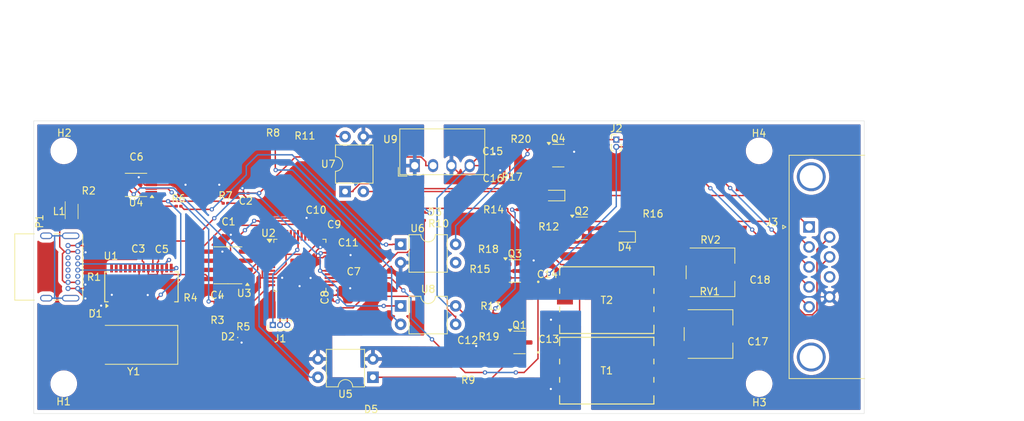
<source format=kicad_pcb>
(kicad_pcb (version 20241229) (generator "pcbnew") (generator_version "9.0")
  (layers (0 "F.Cu" signal) (2 "B.Cu" signal) (13 "F.Paste" user) (15 "B.Paste" user) (5 "F.SilkS" user "F.Silkscreen") (7 "B.SilkS" user "B.Silkscreen") (1 "F.Mask" user) (3 "B.Mask" user) (25 "Edge.Cuts" user))
  (net 0 "")
  (net 1 "Net-(D1-A)")
  (net 2 "Net-(D2-A)")
  (net 3 "Audio IN")
  (net 4 "USB2+")
  (net 5 "AF IN")
  (net 6 "USB3+")
  (net 7 "Audio Out")
  (net 8 "AF OUT")
  (net 9 "USB3-")
  (net 10 "USB4-")
  (net 11 "USB4+")
  (net 12 "+3.3VDAC")
  (net 13 "Net-(P1-D+)")
  (net 14 "Net-(D3-A)")
  (net 15 "+5VD")
  (net 16 "Net-(D4-A)")
  (net 17 "USB1-")
  (net 18 "USB1+")
  (net 19 "USB2-")
  (net 20 "Net-(J1-Pin_3)")
  (net 21 "Net-(P1-D-)")
  (net 22 "Net-(J1-Pin_2)")
  (net 23 "DTR")
  (net 24 "TXD")
  (net 25 "GNDD")
  (net 26 "RXD")
  (net 27 "Net-(J3-Pin_2)")
  (net 28 "CTS")
  (net 29 "GND")
  (net 30 "+5V")
  (net 31 "Net-(Q1-B)")
  (net 32 "Net-(L1-Pad2)")
  (net 33 "unconnected-(P1-SHIELD-PadS1)")
  (net 38 "Net-(Q2-B)")
  (net 39 "Net-(Q3-B)")
  (net 40 "Net-(Q4-B)")
  (net 41 "/Audio Codec/LED0")
  (net 42 "/Audio Codec/LED1")
  (net 43 "Net-(D5-A)")
  (net 44 "Net-(RV1-Pad1)")
  (net 45 "+1V8")
  (net 46 "Net-(RV2-Pad1)")
  (net 51 "Net-(U1-VD33_O)")
  (net 52 "Net-(U4-VCC)")
  (net 53 "Net-(U2-VREF)")
  (net 54 "Net-(C13-Pad2)")
  (net 55 "Net-(C14-Pad2)")
  (net 56 "Net-(C17-Pad2)")
  (net 57 "Net-(C18-Pad2)")
  (net 58 "Net-(D4-K)")
  (net 59 "Net-(D5-K)")
  (net 60 "Net-(J1-Pin_1)")
  (net 61 "Net-(J2-Pin_2)")
  (net 62 "Net-(J2-Pin_1)")
  (net 64 "Net-(Q1-E)")
  (net 65 "Net-(U1-DRV)")
  (net 66 "Net-(U2-USBDM)")
  (net 67 "Net-(U1-REXT)")
  (net 68 "Net-(R6-Pad2)")
  (net 69 "Net-(U2-USBDP)")
  (net 70 "Net-(R8-Pad2)")
  (net 71 "Net-(R9-Pad1)")
  (net 72 "Net-(R17-Pad2)")
  (net 73 "Net-(R18-Pad1)")
  (net 78 "Net-(U1-XOUT)")
  (net 80 "Net-(U1-XIN)")
  (net 84 "Net-(U2-CS)")
  (net 86 "Net-(U2-DI)")
  (net 92 "Net-(U2-DO)")
  (net 95 "Net-(U2-SK)")
  (footprint "Capacitor_SMD:C_0201_0603Metric" (layer "F.Cu") (at 184.6043 112.459 180)
    (property "Reference" "C17")
    (property "Value" "475")
  )
  (footprint "Package_TO_SOT_SMD:SOT-23-3" (layer "F.Cu") (at 156.9591 87.726)
    (property "Reference" "Q4")
    (property "Value" "Q_NPN_BCE")
  )
  (footprint "Capacitor_SMD:C_0201_0603Metric" (layer "F.Cu") (at 128.5825 105.1946)
    (property "Reference" "C7")
    (property "Value" "4.7u")
  )
  (footprint "Capacitor_SMD:C_0201_0603Metric" (layer "F.Cu") (at 98.5385 88.9386)
    (property "Reference" "C6")
    (property "Value" "475")
  )
  (footprint "Converter_DCDC:Converter_DCDC_Murata_CRE1xxxxxx3C_THT" (layer "F.Cu") (at 137.0776 89.1043 90)
    (property "Reference" "U9")
    (property "Value" "CRE1S0505S3C")
  )
  (footprint "Capacitor_SMD:C_0201_0603Metric" (layer "F.Cu") (at 125.6763 107.3942 90)
    (property "Reference" "C8")
    (property "Value" "4.7u")
  )
  (footprint "Project_Library:RES6_SM-LP-5001E_BRN-L" (layer "F.Cu") (at 163.6747 117.539)
    (property "Reference" "T1")
    (property "Value" "SM-LP-5001E")
  )
  (footprint "Resistor_SMD:R_0201_0603Metric" (layer "F.Cu") (at 138.0761 96.7008 180)
    (property "Reference" "R10")
    (property "Value" "330")
  )
  (footprint "Capacitor_SMD:C_0201_0603Metric" (layer "F.Cu") (at 99.6667 101.6894)
    (property "Reference" "C3")
    (property "Value" "10uF")
  )
  (footprint "Capacitor_SMD:C_0201_0603Metric" (layer "F.Cu") (at 123.5787 97.2698 180)
    (property "Reference" "C9")
    (property "Value" "100n")
  )
  (footprint "Crystal:Crystal_SMD_FOX_FE-2Pin_7.5x5.0mm_HandSoldering" (layer "F.Cu") (at 98.1555 113.9576 180)
    (property "Reference" "Y1")
    (property "Value" "12MHz")
  )
  (footprint "Capacitor_SMD:C_0201_0603Metric" (layer "F.Cu") (at 113.6727 92.9518 180)
    (property "Reference" "C2")
    (property "Value" "10uF")
  )
  (footprint "Package_DIP:DIP-4_W7.62mm" (layer "F.Cu") (at 127.4289 92.6978 90)
    (property "Reference" "U7")
    (property "Value" "PC817")
  )
  (footprint "LED_SMD:LED_0201_0603Metric" (layer "F.Cu") (at 138.0609 95.5426 180)
    (property "Reference" "D3")
    (property "Value" "RED")
  )
  (footprint "LED_SMD:LED_0201_0603Metric" (layer "F.Cu") (at 92.7325 108.2066 90)
    (property "Reference" "D1")
    (property "Value" "LED")
  )
  (footprint "Capacitor_SMD:C_0201_0603Metric" (layer "F.Cu") (at 155.4553 105.22)
    (property "Reference" "C14")
    (property "Value" "10uF")
  )
  (footprint "Resistor_SMD:R_0201_0603Metric" (layer "F.Cu") (at 150.5683 91.7326)
    (property "Reference" "R17")
    (property "Value" "510")
  )
  (footprint "Connector_PinHeader_1.00mm:PinHeader_1x02_P1.00mm_Vertical" (layer "F.Cu") (at 164.9955 85.5002)
    (property "Reference" "J2")
    (property "Value" "Conn_01x02")
  )
  (footprint "Inductor_SMD:L_CommonModeChoke_Coilcraft_0805USB" (layer "F.Cu") (at 89.5575 95.4664)
    (property "Reference" "L1")
    (property "Value" "10uH")
  )
  (footprint "Package_TO_SOT_SMD:SOT-23-3" (layer "F.Cu") (at 151.5898 113.6274)
    (property "Reference" "Q1")
    (property "Value" "Q_NPN_BCE")
  )
  (footprint "Diode_SMD:D_0603_1608Metric" (layer "F.Cu") (at 166.1595 98.9857 180)
    (property "Reference" "D4")
    (property "Value" "1N4148")
  )
  (footprint "Capacitor_SMD:C_0201_0603Metric" (layer "F.Cu") (at 184.9021 103.8992 180)
    (property "Reference" "C18")
    (property "Value" "475")
  )
  (footprint "Resistor_SMD:R_0201_0603Metric" (layer "F.Cu") (at 113.7129 109.9846 -90)
    (property "Reference" "R5")
    (property "Value" "330")
  )
  (footprint "Resistor_SMD:R_0201_0603Metric" (layer "F.Cu") (at 147.6126 109.6283)
    (property "Reference" "R13")
    (property "Value" "10k")
  )
  (footprint "Resistor_SMD:R_0201_0603Metric" (layer "F.Cu") (at 151.7875 86.4748)
    (property "Reference" "R20")
    (property "Value" "10k")
  )
  (footprint "Potentiometer_SMD:Potentiometer_ACP_CA6-VSMD_Vertical" (layer "F.Cu") (at 177.7717 112.459)
    (property "Reference" "RV1")
    (property "Value" "10k")
  )
  (footprint "Connector_USB:USB_C_Receptacle_GCT_USB4085" (layer "F.Cu") (at 90.4075 100.1876 -90)
    (property "Reference" "P1")
    (property "Value" "USB_C_Plug")
  )
  (footprint "MountingHole:MountingHole_3.2mm_M3" (layer "F.Cu") (at 184.7821 87.059)
    (property "Reference" "H4")
    (property "Value" "MountingHole")
  )
  (footprint "MountingHole:MountingHole_3.2mm_M3" (layer "F.Cu") (at 88.4653 119.3424)
    (property "Reference" "H1")
    (property "Value" "MountingHole")
  )
  (footprint "Package_DIP:DIP-4_W7.62mm" (layer "F.Cu") (at 135.1251 100.013)
    (property "Reference" "U6")
    (property "Value" "PC817")
  )
  (footprint "Resistor_SMD:R_0201_0603Metric" (layer "F.Cu") (at 151.6351 95.2124)
    (property "Reference" "R14")
    (property "Value" "33k")
  )
  (footprint "Capacitor_SMD:C_0201_0603Metric" (layer "F.Cu") (at 101.2669 101.6894 180)
    (property "Reference" "C5")
    (property "Value" "10uF")
  )
  (footprint "Capacitor_SMD:C_0201_0603Metric" (layer "F.Cu") (at 147.7997 88.1766)
    (property "Reference" "C15")
    (property "Value" "475")
  )
  (footprint "Resistor_SMD:R_0201_0603Metric" (layer "F.Cu") (at 147.271 102.1212)
    (property "Reference" "R18")
    (property "Value" "510")
  )
  (footprint "Resistor_SMD:R_0201_0603Metric" (layer "F.Cu") (at 157.3755 97.5136 90)
    (property "Reference" "R12")
    (property "Value" "10k")
  )
  (footprint "Resistor_SMD:R_0201_0603Metric" (layer "F.Cu") (at 92.7325 106.073 -90)
    (property "Reference" "R1")
    (property "Value" "2.7k")
  )
  (footprint "LED_SMD:LED_0201_0603Metric" (layer "F.Cu") (at 113.4183 112.9416)
    (property "Reference" "D2")
    (property "Value" "YELLOW")
  )
  (footprint "Capacitor_SMD:C_0201_0603Metric" (layer "F.Cu") (at 127.3557 101.1814 -90)
    (property "Reference" "C11")
    (property "Value" "100n")
  )
  (footprint "Resistor_SMD:R_0201_0603Metric" (layer "F.Cu") (at 105.0515 105.946 90)
    (property "Reference" "R4")
    (property "Value" "2.7k")
  )
  (footprint "Connector_Dsub:DSUB-9_Female_Horizontal_P2.77x2.84mm_EdgePinOffset4.94mm_Housed_MountingHolesOffset7.48mm" (layer "F.Cu") (at 191.6986 97.6126 90)
    (property "Reference" "J3")
    (property "Value" "Conn_01x09_Socket")
  )
  (footprint "Capacitor_SMD:C_0201_0603Metric" (layer "F.Cu") (at 155.6483 114.6582 -90)
    (property "Reference" "C13")
    (property "Value" "475")
  )
  (footprint "Resistor_SMD:R_0201_0603Metric" (layer "F.Cu") (at 147.591 103.3912 90)
    (property "Reference" "R15")
    (property "Value" "10K")
  )
  (footprint "Capacitor_SMD:C_0201_0603Metric" (layer "F.Cu") (at 144.4122 114.3781)
    (property "Reference" "C12")
    (property "Value" "475")
  )
  (footprint "Package_DIP:DIP-4_W7.62mm" (layer "F.Cu") (at 131.2897 118.4534 180)
    (property "Reference" "U5")
    (property "Value" "PC817")
  )
  (footprint "Resistor_SMD:R_0201_0603Metric" (layer "F.Cu") (at 93.4691 92.5962 90)
    (property "Reference" "R2")
    (property "Value" "1K")
  )
  (footprint "Resistor_SMD:R_0201_0603Metric" (layer "F.Cu") (at 144.4825 119.9012)
    (property "Reference" "R9")
    (property "Value" "510")
  )
  (footprint "Connector_PinHeader_1.00mm:PinHeader_1x03_P1.00mm_Vertical" (layer "F.Cu") (at 117.4279 111.2144 90)
    (property "Reference" "J1")
    (property "Value" "Conn_01x03_Pin")
  )
  (footprint "Diode_SMD:D_0603_1608Metric" (layer "F.Cu") (at 156.3849 93.2566 180)
    (property "Reference" "D5")
    (property "Value" "1N4148")
  )
  (footprint "Resistor_SMD:R_0201_0603Metric" (layer "F.Cu") (at 170.0755 96.838)
    (property "Reference" "R16")
    (property "Value" "510")
  )
  (footprint "MountingHole:MountingHole_3.2mm_M3" (layer "F.Cu") (at 184.7821 119.3424)
    (property "Reference" "H3")
    (property "Value" "MountingHole" (hide yes))
  )
  (footprint "Package_TO_SOT_SMD:SOT-23-3" (layer "F.Cu") (at 160.2004 97.8032)
    (property "Reference" "Q2")
    (property "Value" "Q_NPN_BCE")
  )
  (footprint "Resistor_SMD:R_0201_0603Metric" (layer "F.Cu") (at 110.8681 94.3234)
    (property "Reference" "R7")
    (property "Value" "22")
  )
  (footprint "Resistor_SMD:R_0201_0603Metric" (layer "F.Cu") (at 104.3657 94.7298)
    (property "Reference" "R6")
    (property "Value" "510")
  )
  (footprint "Package_DIP:DIP-4_W7.62mm" (layer "F.Cu") (at 135.1251 108.5628)
    (property "Reference" "U8")
    (property "Value" "PC817")
  )
  (footprint "Package_TO_SOT_SMD:SOT-23-3" (layer "F.Cu") (at 150.9493 103.7214)
    (property "Reference" "Q3")
    (property "Value" "Q_NPN_BCE")
  )
  (footprint "Package_SO:MSOP-10_3x3mm_P0.5mm" (layer "F.Cu") (at 98.4729 91.7834 180)
    (property "Reference" "U4")
    (property "Value" "CH340E")
  )
  (footprint "Package_SO:SOIC-8_3.9x4.9mm_P1.27mm" (layer "F.Cu") (at 111.1983 102.934 180)
    (property "Reference" "U3")
    (property "Value" "93C46")
  )
  (footprint "MountingHole:MountingHole_3.2mm_M3" (layer "F.Cu") (at 88.4653 87.059)
    (property "Reference" "H2")
    (property "Value" "MountingHole")
  )
  (footprint "Resistor_SMD:R_0201_0603Metric" (layer "F.Cu") (at 117.4467 85.6112)
    (property "Reference" "R8")
    (property "Value" "510")
  )
  (footprint "Capacitor_SMD:C_0201_0603Metric" (layer "F.Cu") (at 109.7403 108.1158)
    (property "Reference" "C4")
    (property "Value" "101")
  )
  (footprint "Project_Library:RES6_SM-LP-5001E_BRN-L" (layer "F.Cu") (at 163.6818 107.76)
    (property "Reference" "T2")
    (property "Value" "SM-LP-5001E")
  )
  (footprint "Capacitor_SMD:C_0201_0603Metric" (layer "F.Cu") (at 123.5787 96.3554 180)
    (property "Reference" "C10")
    (property "Value" "100n")
  )
  (footprint "Resistor_SMD:R_0201_0603Metric" (layer "F.Cu") (at 109.7255 109.3858)
    (property "Reference" "R3")
    (property "Value" "22")
  )
  (footprint "Resistor_SMD:R_0201_0603Metric" (layer "F.Cu") (at 123.2379 84.9508 90)
    (property "Reference" "R11")
    (property "Value" "1K")
  )
  (footprint "Package_QFP:LQFP-48_7x7mm_P0.5mm" (layer "F.Cu") (at 121.1685 102.9309)
    (property "Reference" "U2")
    (property "Value" "CM108AH")
  )
  (footprint "Capacitor_SMD:C_0201_0603Metric" (layer "F.Cu") (at 147.816 89.7514)
    (property "Reference" "C16")
    (property "Value" "10uF")
  )
  (footprint "Capacitor_SMD:C_0201_0603Metric" (layer "F.Cu") (at 111.2851 97.9302)
    (property "Reference" "C1")
    (property "Value" "100n")
  )
  (footprint "Package_SO:SSOP-28_3.9x9.9mm_P0.635mm" (layer "F.Cu") (at 99.2222 105.915 90)
    (property "Reference" "U1")
    (property "Value" "FE1.1s")
  )
  (footprint "Potentiometer_SMD:Potentiometer_ACP_CA6-VSMD_Vertical" (layer "F.Cu") (at 178.0441 103.8992)
    (property "Reference" "RV2")
    (property "Value" "10k")
  )
  (footprint "Resistor_SMD:R_0201_0603Metric" (layer "F.Cu") (at 147.3582 113.8701)
    (property "Reference" "R19")
    (property "Value" "47k")
  )
  (gr_rect (start 84.2997 82.8934) (end 199.3363 123.4826) (stroke (width 0.05)) (fill no) (layer "Edge.Cuts"))
  (segment (start 92.7325 107.8866) (end 92.7325 106.393) (width 0.2) (layer "F.Cu") (net 1))
  (segment (start 113.7383 111.486) (end 113.7129 111.46) (width 0.2) (layer "F.Cu") (net 2))
  (segment (start 113.7383 111.486) (end 113.7383 110.33) (width 0.2) (layer "F.Cu") (net 2))
  (segment (start 113.7129 111.46) (end 113.7129 110.305) (width 0.2) (layer "F.Cu") (net 2))
  (segment (start 113.7383 112.9416) (end 113.7383 111.486) (width 0.2) (layer "F.Cu") (net 2))
  (segment (start 152.2193 117.793) (end 154.1497 115.8626) (width 0.2) (layer "F.Cu") (net 3))
  (segment (start 133.7771 104.681) (end 125.3311 104.681) (width 0.2) (layer "F.Cu") (net 3))
  (segment (start 151.0763 117.793) (end 152.2193 117.793) (width 0.2) (layer "F.Cu") (net 3))
  (segment (start 144.0659 117.793) (end 139.4685 113.1956) (width 0.2) (layer "F.Cu") (net 3))
  (segment (start 154.1497 115.8626) (end 154.1497 106.2056) (width 0.2) (layer "F.Cu") (net 3))
  (segment (start 154.1497 106.2056) (end 155.1353 105.22) (width 0.2) (layer "F.Cu") (net 3))
  (segment (start 135.508 106.412) (end 133.7771 104.681) (width 0.2) (layer "F.Cu") (net 3))
  (segment (start 146.8091 117.793) (end 144.0659 117.793) (width 0.2) (layer "F.Cu") (net 3))
  (via (at 151.0763 117.793) (size 0.6) (drill 0.3) (layers "F.Cu" "B.Cu") (net 3))
  (via (at 146.8091 117.793) (size 0.6) (drill 0.3) (layers "F.Cu" "B.Cu") (net 3))
  (via (at 135.508 106.412) (size 0.6) (drill 0.3) (layers "F.Cu" "B.Cu") (net 3))
  (via (at 139.4685 113.1956) (size 0.6) (drill 0.3) (layers "F.Cu" "B.Cu") (net 3))
  (segment (start 136.5528 110.292) (end 139.4685 113.1956) (width 0.2) (layer "B.Cu") (net 3))
  (segment (start 135.508 106.412) (end 136.5528 107.457) (width 0.2) (layer "B.Cu") (net 3))
  (segment (start 151.0763 117.793) (end 146.8091 117.793) (width 0.2) (layer "B.Cu") (net 3))
  (segment (start 136.5528 107.457) (end 136.5528 110.292) (width 0.2) (layer "B.Cu") (net 3))
  (segment (start 192.7986 100.7376) (end 194.5386 98.9976) (width 0.2) (layer "F.Cu") (net 5))
  (segment (start 192.154235 109.7926) (end 192.7986 109.148235) (width 0.2) (layer "F.Cu") (net 5))
  (segment (start 192.7986 109.148235) (end 192.7986 100.7376) (width 0.2) (layer "F.Cu") (net 5))
  (segment (start 185.2221 103.8992) (end 191.1155 109.7926) (width 0.2) (layer "F.Cu") (net 5))
  (segment (start 191.1155 109.7926) (end 192.154235 109.7926) (width 0.2) (layer "F.Cu") (net 5))
  (segment (start 149.8868 95.0313) (end 149.9682 95.1127) (width 0.2) (layer "F.Cu") (net 7))
  (segment (start 137.4281 95.0313) (end 149.8868 95.0313) (width 0.2) (layer "F.Cu") (net 7))
  (segment (start 136.9062 100.2744) (end 136.9062 95.5532) (width 0.2) (layer "F.Cu") (net 7))
  (segment (start 136.0392 101.1414) (end 136.9062 100.2744) (width 0.2) (layer "F.Cu") (net 7))
  (segment (start 159.9155 104.5088) (end 159.9155 110.4032) (width 0.2) (layer "F.Cu") (net 7))
  (segment (start 155.9805 114.3382) (end 155.6483 114.3382) (width 0.2) (layer "F.Cu") (net 7))
  (segment (start 158.2391 102.8324) (end 159.9155 104.5088) (width 0.2) (layer "F.Cu") (net 7))
  (segment (start 132.6972 103.1809) (end 134.7367 101.1414) (width 0.2) (layer "F.Cu") (net 7))
  (segment (start 136.9062 95.5532) (end 137.4281 95.0313) (width 0.2) (layer "F.Cu") (net 7))
  (segment (start 159.9155 110.4032) (end 155.9805 114.3382) (width 0.2) (layer "F.Cu") (net 7))
  (segment (start 149.9682 95.1127) (end 149.9682 95.458729) (width 0.2) (layer "F.Cu") (net 7))
  (segment (start 125.331 103.1809) (end 132.6972 103.1809) (width 0.2) (layer "F.Cu") (net 7))
  (segment (start 134.7367 101.1414) (end 136.0392 101.1414) (width 0.2) (layer "F.Cu") (net 7))
  (segment (start 149.9682 95.458729) (end 157.341871 102.8324) (width 0.2) (layer "F.Cu") (net 7))
  (segment (start 157.341871 102.8324) (end 158.2391 102.8324) (width 0.2) (layer "F.Cu") (net 7))
  (segment (start 193.1986 103.1076) (end 194.5386 101.7676) (width 0.2) (layer "F.Cu") (net 8))
  (segment (start 190.053521 112.459) (end 193.1986 109.313921) (width 0.2) (layer "F.Cu") (net 8))
  (segment (start 184.9243 112.459) (end 190.053521 112.459) (width 0.2) (layer "F.Cu") (net 8))
  (segment (start 193.1986 109.313921) (end 193.1986 103.1076) (width 0.2) (layer "F.Cu") (net 8))
  (segment (start 123.9185 98.7684) (end 123.9185 99.5468) (width 0.2) (layer "F.Cu") (net 12))
  (segment (start 123.9039 99.5614) (end 122.064 101.401) (width 0.2) (layer "F.Cu") (net 12))
  (segment (start 119.2533 101.1279) (end 115.5075 97.3821) (width 0.2) (layer "F.Cu") (net 12))
  (segment (start 107.4113 100.7223) (end 107.4113 104.217) (width 0.2) (layer "F.Cu") (net 12))
  (segment (start 102.0797 104.217) (end 107.4113 104.217) (width 0.2) (layer "F.Cu") (net 12))
  (segment (start 123.9185 98.029) (end 123.9185 97.2896) (width 0.2) (layer "F.Cu") (net 12))
  (segment (start 111.3545 97.3821) (end 110.9651 97.7715) (width 0.2) (layer "F.Cu") (net 12))
  (segment (start 123.9185 98.029) (end 123.8987 98.0092) (width 0.2) (layer "F.Cu") (net 12))
  (segment (start 110.2034 97.9302) (end 107.4113 100.7223) (width 0.2) (layer "F.Cu") (net 12))
  (segment (start 110.9651 97.9302) (end 110.2034 97.9302) (width 0.2) (layer "F.Cu") (net 12))
  (segment (start 123.9185 99.5468) (end 123.9039 99.5614) (width 0.2) (layer "F.Cu") (net 12))
  (segment (start 119.2533 101.401) (end 119.2533 101.1279) (width 0.2) (layer "F.Cu") (net 12))
  (segment (start 117.8244 104.181) (end 117.0061 104.181) (width 0.2) (layer "F.Cu") (net 12))
  (segment (start 123.9185 98.7684) (end 123.9185 98.029) (width 0.2) (layer "F.Cu") (net 12))
  (segment (start 107.4113 104.217) (end 108.101 104.217) (width 0.2) (layer "F.Cu") (net 12))
  (segment (start 123.8987 97.2698) (end 123.8987 96.3554) (width 0.2) (layer "F.Cu") (net 12))
  (segment (start 108.101 104.217) (end 108.7233 104.839) (width 0.2) (layer "F.Cu") (net 12))
  (segment (start 123.8987 98.0092) (end 123.8987 97.2698) (width 0.2) (layer "F.Cu") (net 12))
  (segment (start 119.2533 102.752) (end 117.8244 104.181) (width 0.2) (layer "F.Cu") (net 12))
  (segment (start 122.064 101.401) (end 119.2533 101.401) (width 0.2) (layer "F.Cu") (net 12))
  (segment (start 115.5075 97.3821) (end 111.3545 97.3821) (width 0.2) (layer "F.Cu") (net 12))
  (segment (start 102.0797 103.315) (end 102.0797 104.217) (width 0.2) (layer "F.Cu") (net 12))
  (segment (start 110.9651 97.7715) (end 110.9651 97.9302) (width 0.2) (layer "F.Cu") (net 12))
  (segment (start 119.2533 101.401) (end 119.2533 102.752) (width 0.2) (layer "F.Cu") (net 12))
  (segment (start 102.7147 102.413) (end 102.8204 102.413) (width 0.2) (layer "F.Cu") (net 13))
  (segment (start 102.7147 103.315) (end 102.7147 102.413) (width 0.2) (layer "F.Cu") (net 13))
  (segment (start 102.8204 102.413) (end 103.0426 102.191) (width 0.2) (layer "F.Cu") (net 13))
  (via (at 103.0426 102.191) (size 0.6) (drill 0.3) (layers "F.Cu" "B.Cu") (net 13))
  (segment (start 103.0426 102.191) (end 102.4961 102.738) (width 0.2) (layer "B.Cu") (net 13))
  (segment (start 102.4961 102.738) (end 90.4079 102.738) (width 0.2) (layer "B.Cu") (net 13))
  (segment (start 137.7561 96.1293) (end 137.7561 96.7008) (width 0.2) (layer "F.Cu") (net 14))
  (segment (start 137.7409 96.1141) (end 137.7409 96.6856) (width 0.2) (layer "F.Cu") (net 14))
  (segment (start 137.7409 95.5426) (end 137.7409 96.1141) (width 0.2) (layer "F.Cu") (net 14))
  (segment (start 137.7409 96.1141) (end 137.7561 96.1293) (width 0.2) (layer "F.Cu") (net 14))
  (segment (start 101.4447 103.315) (end 101.4447 104.217) (width 0.2) (layer "F.Cu") (net 15))
  (segment (start 123.2379 87.9026) (end 120.5504 87.9026) (width 0.2) (layer "F.Cu") (net 15))
  (segment (start 127.1751 100.6809) (end 125.331 100.6809) (width 0.2) (layer "F.Cu") (net 15))
  (segment (start 123.2379 85.2708) (end 123.2379 87.9026) (width 0.2) (layer "F.Cu") (net 15))
  (segment (start 138.6159 89.1043) (end 138.6159 88.5661) (width 0.2) (layer "F.Cu") (net 15))
  (segment (start 125.331 101.1809) (end 124.1324 101.1809) (width 0.2) (layer "F.Cu") (net 15))
  (segment (start 114.0263 92.9182) (end 115.5348 92.9182) (width 0.2) (layer "F.Cu") (net 15))
  (segment (start 101.5869 101.222) (end 103.2456 99.563) (width 0.2) (layer "F.Cu") (net 15))
  (segment (start 124.1324 101.1809) (end 124.0507 101.263) (width 0.2) (layer "F.Cu") (net 15))
  (segment (start 138.6159 88.5661) (end 137.9524 87.9026) (width 0.2) (layer "F.Cu") (net 15))
  (segment (start 101.5869 101.6894) (end 101.5869 101.222) (width 0.2) (layer "F.Cu") (net 15))
  (segment (start 96.2276 92.9162) (end 96.3332 92.9162) (width 0.2) (layer "F.Cu") (net 15))
  (segment (start 127.3556 100.8614) (end 127.1751 100.6809) (width 0.2) (layer "F.Cu") (net 15))
  (segment (start 139.6176 89.1043) (end 138.6159 89.1043) (width 0.2) (layer "F.Cu") (net 15))
  (segment (start 100.1747 104.217) (end 100.1747 103.315) (width 0.2) (layer "F.Cu") (net 15))
  (segment (start 126.3831 107.956) (end 125.9181 107.956) (width 0.2) (layer "F.Cu") (net 15))
  (segment (start 101.4447 103.315) (end 101.4447 102.515) (width 0.2) (layer "F.Cu") (net 15))
  (segment (start 137.9524 87.9026) (end 123.2379 87.9026) (width 0.2) (layer "F.Cu") (net 15))
  (segment (start 109.3155 96.4013) (end 106.1538 99.563) (width 0.2) (layer "F.Cu") (net 15))
  (segment (start 101.5869 102.373) (end 101.5869 101.6894) (width 0.2) (layer "F.Cu") (net 15))
  (segment (start 135.1249 108.563) (end 132.7812 108.563) (width 0.2) (layer "F.Cu") (net 15))
  (segment (start 125.9181 107.956) (end 125.6763 107.7142) (width 0.2) (layer "F.Cu") (net 15))
  (segment (start 90.6458 92.9162) (end 93.4691 92.9162) (width 0.2) (layer "F.Cu") (net 15))
  (segment (start 96.3604 92.7834) (end 96.2276 92.9162) (width 0.2) (layer "F.Cu") (net 15))
  (segment (start 125.331 101.1809) (end 125.331 100.6809) (width 0.2) (layer "F.Cu") (net 15))
  (segment (start 101.4447 102.515) (end 101.5869 102.373) (width 0.2) (layer "F.Cu") (net 15))
  (segment (start 93.4691 92.9162) (end 96.2276 92.9162) (width 0.2) (layer "F.Cu") (net 15))
  (segment (start 125.3309 103.681) (end 123.9719 103.681) (width 0.2) (layer "F.Cu") (net 15))
  (segment (start 89.1225 94.4395) (end 90.6458 92.9162) (width 0.2) (layer "F.Cu") (net 15))
  (segment (start 106.1538 99.563) (end 103.2456 99.563) (width 0.2) (layer "F.Cu") (net 15))
  (segment (start 120.5504 87.9026) (end 115.5348 92.9182) (width 0.2) (layer "F.Cu") (net 15))
  (segment (start 96.3332 92.9162) (end 96.466 92.7834) (width 0.2) (layer "F.Cu") (net 15))
  (segment (start 101.4447 104.217) (end 100.1747 104.217) (width 0.2) (layer "F.Cu") (net 15))
  (segment (start 96.466 92.7834) (end 103.2456 99.563) (width 0.2) (layer "F.Cu") (net 15))
  (via (at 115.5348 92.9182) (size 0.6) (drill 0.3) (layers "F.Cu" "B.Cu") (net 15))
  (via (at 123.9719 103.681) (size 0.6) (drill 0.3) (layers "F.Cu" "B.Cu") (net 15))
  (via (at 124.0507 101.263) (size 0.6) (drill 0.3) (layers "F.Cu" "B.Cu") (net 15))
  (via (at 132.7812 108.563) (size 0.6) (drill 0.3) (layers "F.Cu" "B.Cu") (net 15))
  (via (at 109.3155 96.4013) (size 0.6) (drill 0.3) (layers "F.Cu" "B.Cu") (net 15))
  (via (at 126.3831 107.956) (size 0.6) (drill 0.3) (layers "F.Cu" "B.Cu") (net 15))
  (segment (start 127.6593 108.563) (end 132.7812 108.563) (width 0.2) (layer "B.Cu") (net 15))
  (segment (start 126.7176 107.6214) (end 127.6593 108.563) (width 0.2) (layer "B.Cu") (net 15))
  (segment (start 123.5097 101.341) (end 123.9719 101.341) (width 0.2) (layer "B.Cu") (net 15))
  (segment (start 126.4342 106.143) (end 126.4342 107.338) (width 0.2) (layer "B.Cu") (net 15))
  (segment (start 112.7673 92.9495) (end 115.1178 92.9495) (width 0.2) (layer "B.Cu") (net 15))
  (segment (start 115.1178 92.9495) (end 123.5097 101.341) (width 0.2) (layer "B.Cu") (net 15))
  (segment (start 115.1178 92.9495) (end 115.5035 92.9495) (width 0.2) (layer "B.Cu") (net 15))
  (segment (start 126.4342 107.338) (end 126.7176 107.6214) (width 0.2) (layer "B.Cu") (net 15))
  (segment (start 123.9719 103.681) (end 123.9719 101.341) (width 0.2) (layer "B.Cu") (net 15))
  (segment (start 126.7176 107.6215) (end 126.7176 107.6214) (width 0.2) (layer "B.Cu") (net 15))
  (segment (start 109.3155 96.4013) (end 112.7673 92.9495) (width 0.2) (layer "B.Cu") (net 15))
  (segment (start 115.5035 92.9495) (end 115.5348 92.9182) (width 0.2) (layer "B.Cu") (net 15))
  (segment (start 123.9719 101.341) (end 124.0507 101.263) (width 0.2) (layer "B.Cu") (net 15))
  (segment (start 126.3831 107.956) (end 126.7176 107.6215) (width 0.2) (layer "B.Cu") (net 15))
  (segment (start 123.9719 103.681) (end 126.4342 106.143) (width 0.2) (layer "B.Cu") (net 15))
  (segment (start 165.3717 98.9857) (end 163.8364 100.521) (width 0.2) (layer "F.Cu") (net 16))
  (segment (start 151.9551 95.7356) (end 151.9551 95.2124) (width 0.2) (layer "F.Cu") (net 16))
  (segment (start 163.8364 100.521) (end 156.7405 100.521) (width 0.2) (layer "F.Cu") (net 16))
  (segment (start 156.7405 100.521) (end 151.9551 95.7356) (width 0.2) (layer "F.Cu") (net 16))
  (segment (start 102.8761 92.2834) (end 103.4059 92.8132) (width 0.2) (layer "F.Cu") (net 17))
  (segment (start 109.4055 108.758) (end 109.4055 108.131) (width 0.2) (layer "F.Cu") (net 17))
  (segment (start 109.4203 108.744) (end 109.4203 108.116) (width 0.2) (layer "F.Cu") (net 17))
  (segment (start 100.8097 109.417) (end 100.8097 108.515) (width 0.2) (layer "F.Cu") (net 17))
  (segment (start 107.3943 109.386) (end 109.4055 109.386) (width 0.2) (layer "F.Cu") (net 17))
  (segment (start 107.3633 109.417) (end 100.8097 109.417) (width 0.2) (layer "F.Cu") (net 17))
  (segment (start 109.3746 109.417) (end 107.3633 109.417) (width 0.2) (layer "F.Cu") (net 17))
  (segment (start 109.2419 107.937) (end 108.5361 107.937) (width 0.2) (layer "F.Cu") (net 17))
  (segment (start 109.2865 107.982) (end 109.2419 107.937) (width 0.2) (layer "F.Cu") (net 17))
  (segment (start 100.5854 92.2834) (end 102.8761 92.2834) (width 0.2) (layer "F.Cu") (net 17))
  (segment (start 107.3633 109.417) (end 107.3943 109.386) (width 0.2) (layer "F.Cu") (net 17))
  (segment (start 109.4055 109.3858) (end 109.4055 108.758) (width 0.2) (layer "F.Cu") (net 17))
  (segment (start 109.3534 108.049) (end 109.2865 107.982) (width 0.2) (layer "F.Cu") (net 17))
  (segment (start 109.4055 108.758) (end 109.4203 108.744) (width 0.2) (layer "F.Cu") (net 17))
  (segment (start 109.3311 108.027) (end 109.2865 107.982) (width 0.2) (layer "F.Cu") (net 17))
  (via (at 103.4059 92.8132) (size 0.6) (drill 0.3) (layers "F.Cu" "B.Cu") (net 17))
  (via (at 108.5361 107.937) (size 0.6) (drill 0.3) (layers "F.Cu" "B.Cu") (net 17))
  (segment (start 108.5361 97.9434) (end 108.5361 107.937) (width 0.2) (layer "B.Cu") (net 17))
  (segment (start 103.4059 92.8132) (end 108.5361 97.9434) (width 0.2) (layer "B.Cu") (net 17))
  (segment (start 110.2678 94.0431) (end 102.9164 94.0431) (width 0.2) (layer "F.Cu") (net 18))
  (segment (start 101.8451 94.0431) (end 100.5854 92.7834) (width 0.2) (layer "F.Cu") (net 18))
  (segment (start 110.5481 94.3234) (end 110.2678 94.0431) (width 0.2) (layer "F.Cu") (net 18))
  (segment (start 101.4447 107.468) (end 101.9041 107.008) (width 0.2) (layer "F.Cu") (net 18))
  (segment (start 101.4447 108.515) (end 101.4447 107.468) (width 0.2) (layer "F.Cu") (net 18))
  (segment (start 102.9164 94.0431) (end 101.8451 94.0431) (width 0.2) (layer "F.Cu") (net 18))
  (via (at 101.9041 107.008) (size 0.6) (drill 0.3) (layers "F.Cu" "B.Cu") (net 18))
  (via (at 102.9164 94.0431) (size 0.6) (drill 0.3) (layers "F.Cu" "B.Cu") (net 18))
  (segment (start 102.9164 94.0431) (end 104.6669 95.7936) (width 0.2) (layer "B.Cu") (net 18))
  (segment (start 104.6669 95.7936) (end 104.6669 104.245) (width 0.2) (layer "B.Cu") (net 18))
  (segment (start 104.6669 104.245) (end 101.9041 107.008) (width 0.2) (layer "B.Cu") (net 18))
  (segment (start 119.4279 110.4877) (end 119.4185 110.4783) (width 0.2) (layer "F.Cu") (net 20))
  (segment (start 119.4185 110.4783) (end 119.4185 107.0934) (width 0.2) (layer "F.Cu") (net 20))
  (segment (start 119.4279 111.2144) (end 119.4279 110.4877) (width 0.2) (layer "F.Cu") (net 20))
  (segment (start 103.3497 103.315) (end 104.051 103.315) (width 0.2) (layer "F.Cu") (net 21))
  (segment (start 104.051 103.315) (end 104.0522 103.316) (width 0.2) (layer "F.Cu") (net 21))
  (via (at 104.0522 103.316) (size 0.6) (drill 0.3) (layers "F.Cu" "B.Cu") (net 21))
  (segment (start 104.0522 103.316) (end 103.7808 103.588) (width 0.2) (layer "B.Cu") (net 21))
  (segment (start 103.7808 103.588) (end 90.4079 103.588) (width 0.2) (layer "B.Cu") (net 21))
  (segment (start 118.4185 110.4783) (end 118.4185 107.0934) (width 0.2) (layer "F.Cu") (net 22))
  (segment (start 118.4279 111.2144) (end 118.4279 110.4877) (width 0.2) (layer "F.Cu") (net 22))
  (segment (start 118.4279 110.4877) (end 118.4185 110.4783) (width 0.2) (layer "F.Cu") (net 22))
  (segment (start 102.3765 91.2834) (end 108.0487 85.6112) (width 0.2) (layer "F.Cu") (net 23))
  (segment (start 108.0487 85.6112) (end 117.1267 85.6112) (width 0.2) (layer "F.Cu") (net 23))
  (segment (start 100.5854 91.2834) (end 102.3765 91.2834) (width 0.2) (layer "F.Cu") (net 23))
  (segment (start 104.0457 94.7298) (end 100.7877 94.7298) (width 0.2) (layer "F.Cu") (net 24))
  (segment (start 97.8413 91.7834) (end 96.3604 91.7834) (width 0.2) (layer "F.Cu") (net 24))
  (segment (start 100.7877 94.7298) (end 97.8413 91.7834) (width 0.2) (layer "F.Cu") (net 24))
  (segment (start 91.1287 106.138) (end 91.4625 105.8042) (width 0.2) (layer "F.Cu") (net 25))
  (segment (start 95.0947 107.049) (end 95.1201 107.023) (width 0.2) (layer "F.Cu") (net 25))
  (segment (start 111.6051 97.9302) (end 111.6051 98.5986) (width 0.2) (layer "F.Cu") (net 25))
  (segment (start 122.6537 104.687) (end 122.6741 104.666) (width 0.2) (layer "F.Cu") (net 25))
  (segment (start 90.4075 100.1876) (end 89.0575 100.1876) (width 0.2) (layer "F.Cu") (net 25))
  (segment (start 122.9185 107.093) (end 122.9185 106.06) (width 0.2) (layer "F.Cu") (net 25))
  (segment (start 90.0189 106.15) (end 90.0066 106.138) (width 0.2) (layer "F.Cu") (net 25))
  (segment (start 116.5659 96.3554) (end 113.3527 93.1422) (width 0.2) (layer "F.Cu") (net 25))
  (segment (start 100.6717 101.689) (end 100.9469 101.689) (width 0.2) (layer "F.Cu") (net 25))
  (segment (start 90.4075 100.1876) (end 91.0783 100.1876) (width 0.2) (layer "F.Cu") (net 25))
  (segment (start 100.6717 101.689) (end 100.8097 101.827) (width 0.2) (layer "F.Cu") (net 25))
  (segment (start 99.6852 91.7834) (end 100.5854 91.7834) (width 0.2) (layer "F.Cu") (net 25))
  (segment (start 91.4782 101.152) (end 99.6493 101.152) (width 0.2) (layer "F.Cu") (net 25))
  (segment (start 111.6047 98.6922) (end 111.5115 98.6922) (width 0.2) (layer "F.Cu") (net 25))
  (segment (start 110.4363 101.029) (end 110.4363 101.0544) (width 0.2) (layer "F.Cu") (net 25))
  (segment (start 98.8539 90.7166) (end 98.8585 90.7212) (width 0.2) (layer "F.Cu") (net 25))
  (segment (start 100.0985 107.049) (end 100.0985 107.029) (width 0.2) (layer "F.Cu") (net 25))
  (segment (start 93.6469 108.522) (end 93.6539 108.515) (width 0.2) (layer "F.Cu") (net 25))
  (segment (start 116.2175 103.181) (end 117.0059 103.181) (width 0.2) (layer "F.Cu") (net 25))
  (segment (start 95.0947 108.515) (end 95.0947 107.049) (width 0.2) (layer "F.Cu") (net 25))
  (segment (start 123.2587 96.3554) (end 122.0949 96.3554) (width 0.2) (layer "F.Cu") (net 25))
  (segment (start 122.6741 102.642) (end 123.4435 101.872) (width 0.2) (layer "F.Cu") (net 25))
  (segment (start 128.9025 105.377) (end 128.9025 105.195) (width 0.2) (layer "F.Cu") (net 25))
  (segment (start 100.0786 107.049) (end 100.0985 107.049) (width 0.2) (layer "F.Cu") (net 25))
  (segment (start 156.4769 110.3) (end 156.3051 110.472) (width 0.2) (layer "F.Cu") (net 25))
  (segment (start 118.6969 104.681) (end 117.0061 104.681) (width 0.2) (layer "F.Cu") (net 25))
  (segment (start 139.1369 95.6729) (end 138.5112 95.6729) (width 0.2) (layer "F.Cu") (net 25))
  (segment (start 91.4782 101.1403) (end 91.4782 101.152) (width 0.2) (layer "F.Cu") (net 25))
  (segment (start 123.4435 101.872) (end 123.4435 100.9525) (width 0.2) (layer "F.Cu") (net 25))
  (segment (start 100.0985 107.029) (end 101.5014 105.626) (width 0.2) (layer "F.Cu") (net 25))
  (segment (start 93.6399 108.515) (end 93.6469 108.522) (width 0.2) (layer "F.Cu") (net 25))
  (segment (start 113.1396 92.3055) (end 113.3527 92.5187) (width 0.2) (layer "F.Cu") (net 25))
  (segment (start 91.4879 100.5972) (end 91.4879 101.1306) (width 0.2) (layer "F.Cu") (net 25))
  (segment (start 99.9867 101.689) (end 100.6717 101.689) (width 0.2) (layer "F.Cu") (net 25))
  (segment (start 99.6493 101.152) (end 99.9867 101.489) (width 0.2) (layer "F.Cu") (net 25))
  (segment (start 118.9185 105.816) (end 118.9185 107.093) (width 0.2) (layer "F.Cu") (net 25))
  (segment (start 90.4828 106.495) (end 91.4625 107.531) (width 0.2) (layer "F.Cu") (net 25))
  (segment (start 123.4185 98.7684) (end 123.4185 97.6296) (width 0.2) (layer "F.Cu") (net 25))
  (segment (start 91.4625 105.55) (end 91.4782 105.535) (width 0.2) (layer "F.Cu") (net 25))
  (segment (start 119.9947 104.681) (end 118.7365 104.681) (width 0.2) (layer "F.Cu") (net 25))
  (segment (start 105.3563 91.7834) (end 109.9791 91.7834) (width 0.2) (layer "F.Cu") (net 25))
  (segment (start 111.6051 98.5986) (end 111.6047 98.599) (width 0.2) (layer "F.Cu") (net 25))
  (segment (start 98.8585 90.9567) (end 99.6852 91.7834) (width 0.2) (layer "F.Cu") (net 25))
  (segment (start 110.4109 101.029) (end 110.4363 101.0544) (width 0.2) (layer "F.Cu") (net 25))
  (segment (start 91.4625 105.8042) (end 91.4625 105.601) (width 0.2) (layer "F.Cu") (net 25))
  (segment (start 122.6741 104.666) (end 122.6741 102.642) (width 0.2) (layer "F.Cu") (net 25))
  (segment (start 92.7441 108.515) (end 93.6399 108.515) (width 0.2) (layer "F.Cu") (net 25))
  (segment (start 110.0299 91.7834) (end 112.6174 91.7834) (width 0.2) (layer "F.Cu") (net 25))
  (segment (start 156.3051 110.472) (end 155.9468 110.472) (width 0.2) (layer "F.Cu") (net 25))
  (segment (start 123.9999 100.394) (end 124.002 100.394) (width 0.2) (layer "F.Cu") (net 25))
  (segment (start 98.8585 90.712) (end 98.8539 90.7166) (width 0.2) (layer "F.Cu") (net 25))
  (segment (start 124.3581 101.872) (end 124.5494 101.681) (width 0.2) (layer "F.Cu") (net 25))
  (segment (start 118.7365 104.681) (end 118.7167 104.661) (width 0.2) (layer "F.Cu") (net 25))
  (segment (start 121.1297 105.816) (end 118.9185 105.816) (width 0.2) (layer "F.Cu") (net 25))
  (segment (start 123.4181 107.093) (end 122.9189 107.093) (width 0.2) (layer "F.Cu") (net 25))
  (segment (start 110.0045 91.758) (end 110.0299 91.7834) (width 0.2) (layer "F.Cu") (net 25))
  (segment (start 90.4734 106.15) (end 90.0189 106.15) (width 0.2) (layer "F.Cu") (net 25))
  (segment (start 99.9867 101.489) (end 99.9867 101.589) (width 0.2) (layer "F.Cu") (net 25))
  (segment (start 127.1864 107.093) (end 125.6575 107.093) (width 0.2) (layer "F.Cu") (net 25))
  (segment (start 121.1297 105.816) (end 119.9947 104.681) (width 0.2) (layer "F.Cu") (net 25))
  (segment (start 123.4435 101.872) (end 124.3581 101.872) (width 0.2) (layer "F.Cu") (net 25))
  (segment (start 117.0059 104.681) (end 115.9665 104.681) (width 0.2) (layer "F.Cu") (net 25))
  (segment (start 95.1201 107.023) (end 100.0786 107.049) (width 0.2) (layer "F.Cu") (net 25))
  (segment (start 123.2587 97.2698) (end 123.2587 96.3554) (width 0.2) (layer "F.Cu") (net 25))
  (segment (start 124.002 100.394) (end 124.2151 100.1809) (width 0.2) (layer "F.Cu") (net 25))
  (segment (start 108.7233 101.029) (end 110.4109 101.029) (width 0.2) (layer "F.Cu") (net 25))
  (segment (start 110.4363 101.0544) (end 110.4363 105.626) (width 0.2) (layer "F.Cu") (net 25))
  (segment (start 124.2151 100.1809) (end 125.331 100.1809) (width 0.2) (layer "F.Cu") (net 25))
  (segment (start 123.4435 100.9525) (end 123.9999 100.3961) (width 0.2) (layer "F.Cu") (net 25))
  (segment (start 115.9665 103.432) (end 116.2175 103.181) (width 0.2) (layer "F.Cu") (net 25))
  (segment (start 92.5149 108.527) (end 92.7321 108.527) (width 0.2) (layer "F.Cu") (net 25))
  (segment (start 110.0603 107.4111) (end 110.0603 108.1158) (width 0.2) (layer "F.Cu") (net 25))
  (segment (start 100.8097 101.827) (end 100.8097 103.315) (width 0.2) (layer "F.Cu") (net 25))
  (segment (start 123.9999 100.3961) (end 123.9999 100.394) (width 0.2) (layer "F.Cu") (net 25))
  (segment (start 123.4185 97.6296) (end 123.2587 97.4698) (width 0.2) (layer "F.Cu") (net 25))
  (segment (start 113.3527 92.5187) (end 113.3527 92.9518) (width 0.2) (layer "F.Cu") (net 25))
  (segment (start 112.6174 91.7834) (end 113.1396 92.3055) (width 0.2) (layer "F.Cu") (net 25))
  (segment (start 98.8585 88.9386) (end 98.8585 90.712) (width 0.2) (layer "F.Cu") (net 25))
  (segment (start 109.9791 91.7834) (end 110.0045 91.758) (width 0.2) (layer "F.Cu") (net 25))
  (segment (start 91.4625 107.531) (end 92.5149 108.527) (width 0.2) (layer "F.Cu") (net 25))
  (segment (start 124.5494 101.681) (end 125.3309 101.681) (width 0.2) (layer "F.Cu") (net 25))
  (segment (start 90.4828 106.155) (end 90.4828 106.495) (width 0.2) (layer "F.Cu") (net 25))
  (segment (start 125.6575 107.093) (end 123.9189 107.093) (width 0.2) (layer "F.Cu") (net 25))
  (segment (start 127.3555 101.5011) (end 127.1761 101.681) (width 0.2) (layer "F.Cu") (net 25))
  (segment (start 138.5112 95.6729) (end 138.3809 95.5426) (width 0.2) (layer "F.Cu") (net 25))
  (segment (start 122.6741 105.816) (end 122.6741 104.707) (width 0.2) (layer "F.Cu") (net 25))
  (segment (start 100.8783 101.758) (end 100.8097 101.827) (width 0.2) (layer "F.Cu") (net 25))
  (segment (start 91.4782 105.535) (end 91.4782 101.152) (width 0.2) (layer "F.Cu") (net 25))
  (segment (start 122.6741 105.816) (end 121.1297 105.816) (width 0.2) (layer "F.Cu") (net 25))
  (segment (start 157.8835 110.3) (end 156.4769 110.3) (width 0.2) (layer "F.Cu") (net 25))
  (segment (start 111.6047 98.599) (end 111.6047 98.6922) (width 0.2) (layer "F.Cu") (net 25))
  (segment (start 110.4363 105.626) (end 105.0515 105.626) (width 0.2) (layer "F.Cu") (net 25))
  (segment (start 105.3309 91.758) (end 105.3563 91.7834) (width 0.2) (layer "F.Cu") (net 25))
  (segment (start 90.4828 106.138) (end 91.1287 106.138) (width 0.2) (layer "F.Cu") (net 25))
  (segment (start 110.4363 99.7674) (end 110.4363 101.029) (width 0.2) (layer "F.Cu") (net 25))
  (segment (start 91.0783 100.1876) (end 91.4879 100.5972) (width 0.2) (layer "F.Cu") (net 25))
  (segment (start 113.2125 92.2326) (end 113.1396 92.3055) (width 0.2) (layer "F.Cu") (net 25))
  (segment (start 123.9185 107.093) (end 123.4189 107.093) (width 0.2) (layer "F.Cu") (net 25))
  (segment (start 100.5854 91.7834) (end 105.3055 91.7834) (width 0.2) (layer "F.Cu") (net 25))
  (segment (start 127.3666 101.512) (end 128.1909 101.512) (width 0.2) (layer "F.Cu") (net 25))
  (segment (start 91.4625 105.601) (end 91.4625 105.55) (width 0.2) (layer "F.Cu") (net 25))
  (segment (start 115.9665 104.681) (end 115.9665 103.432) (width 0.2) (layer "F.Cu") (net 25))
  (segment (start 113.0983 113.6455) (end 113.0983 112.9416) (width 0.2) (layer "F.Cu") (net 25))
  (segment (start 122.0949 96.3554) (end 116.5659 96.3554) (width 0.2) (layer "F.Cu") (net 25))
  (segment (start 93.6539 108.515) (end 95.0947 108.515) (width 0.2) (layer "F.Cu") (net 25))
  (segment (start 98.8585 90.7212) (end 98.8585 90.9567) (width 0.2) (layer "F.Cu") (net 25))
  (segment (start 155.9277 120.079) (end 157.8764 120.079) (width 0.2) (layer "F.Cu") (net 25))
  (segment (start 105.3055 91.7834) (end 105.3309 91.758) (width 0.2) (layer "F.Cu") (net 25))
  (segment (start 128.1401 106.109) (end 127.1864 107.093) (width 0.2) (layer "F.Cu") (net 25))
  (segment (start 101.5014 105.626) (end 105.0515 105.626) (width 0.2) (layer "F.Cu") (net 25))
  (segment (start 90.0066 106.138) (end 90.4075 106.138) (width 0.2) (layer "F.Cu") (net 25))
  (segment (start 127.1761 101.681) (end 125.3311 101.681) (width 0.2) (layer "F.Cu") (net 25))
  (segment (start 123.2587 97.4698) (end 123.2587 97.2698) (width 0.2) (layer "F.Cu") (net 25))
  (segment (start 122.6741 104.707) (end 122.6537 104.687) (width 0.2) (layer "F.Cu") (net 25))
  (segment (start 128.1401 106.109) (end 128.9025 105.377) (width 0.2) (layer "F.Cu") (net 25))
  (segment (start 111.5115 98.6922) (end 110.4363 99.7674) (width 0.2) (layer "F.Cu") (net 25))
  (segment (start 122.9185 106.06) (end 122.6741 105.816) (width 0.2) (layer "F.Cu") (net 25))
  (segment (start 113.3527 93.1422) (end 113.3527 92.9518) (width 0.2) (layer "F.Cu") (net 25))
  (segment (start 89.0575 106.138) (end 90.0066 106.138) (width 0.2) (layer "F.Cu") (net 25))
  (segment (start 91.4879 101.1306) (end 91.4782 101.1403) (width 0.2) (layer "F.Cu") (net 25))
  (segment (start 118.7167 104.661) (end 118.6969 104.681) (width 0.2) (layer "F.Cu") (net 25))
  (via (at 155.9468 110.472) (size 0.6) (drill 0.3) (layers "F.Cu" "B.Cu") (net 25))
  (via (at 121.1297 105.816) (size 0.6) (drill 0.3) (layers "F.Cu" "B.Cu") (net 25))
  (via (at 91.4625 105.601) (size 0.6) (drill 0.3) (layers "F.Cu" "B.Cu") (net 25))
  (via (at 128.1401 106.109) (size 0.6) (drill 0.3) (layers "F.Cu" "B.Cu") (net 25))
  (via (at 155.9277 120.079) (size 0.6) (drill 0.3) (layers "F.Cu" "B.Cu") (net 25))
  (via (at 110.4363 101.029) (size 0.6) (drill 0.3) (layers "F.Cu" "B.Cu") (net 25))
  (via (at 122.0949 96.3554) (size 0.6) (drill 0.3) (layers "F.Cu" "B.Cu") (net 25))
  (via (at 118.7167 104.661) (size 0.6) (drill 0.3) (layers "F.Cu" "B.Cu") (net 25))
  (via (at 91.4625 107.531) (size 0.6) (drill 0.3) (layers "F.Cu" "B.Cu") (net 25))
  (via (at 113.0983 113.6455) (size 0.6) (drill 0.3) (layers "F.Cu" "B.Cu") (net 25))
  (via (at 110.0603 107.4111) (size 0.6) (drill 0.3) (layers "F.Cu" "B.Cu") (net 25))
  (via (at 91.4879 101.1306) (size 0.6) (drill 0.3) (layers "F.Cu" "B.Cu") (net 25))
  (via (at 128.1909 101.512) (size 0.6) (drill 0.3) (layers "F.Cu" "B.Cu") (net 25))
  (via (at 98.8539 90.7166) (size 0.6) (drill 0.3) (layers "F.Cu" "B.Cu") (net 25))
  (via (at 123.9999 100.394) (size 0.6) (drill 0.3) (layers "F.Cu" "B.Cu") (net 25))
  (via (at 100.0985 107.049) (size 0.6) (drill 0.3) (layers "F.Cu" "B.Cu") (net 25))
  (via (at 93.6469 108.522) (size 0.6) (drill 0.3) (layers "F.Cu" "B.Cu") (net 25))
  (via (at 122.6537 104.687) (size 0.6) (drill 0.3) (layers "F.Cu" "B.Cu") (net 25))
  (via (at 111.6047 98.6922) (size 0.6) (drill 0.3) (layers "F.Cu" "B.Cu") (net 25))
  (via (at 110.0045 91.758) (size 0.6) (drill 0.3) (layers "F.Cu" "B.Cu") (net 25))
  (via (at 105.3309 91.758) (size 0.6) (drill 0.3) (layers "F.Cu" "B.Cu") (net 25))
  (via (at 95.1201 107.023) (size 0.6) (drill 0.3) (layers "F.Cu" "B.Cu") (net 25))
  (via (at 139.1369 95.6729) (size 0.6) (drill 0.3) (layers "F.Cu" "B.Cu") (net 25))
  (via (at 113.2125 92.2326) (size 0.6) (drill 0.3) (layers "F.Cu" "B.Cu") (net 25))
  (segment (start 155.9277 119.781) (end 155.9468 119.762) (width 0.2) (layer "B.Cu") (net 25))
  (segment (start 138.5379 95.0739) (end 139.1369 95.6729) (width 0.2) (layer "B.Cu") (net 25))
  (segment (start 155.9277 120.079) (end 155.9277 119.781) (width 0.2) (layer "B.Cu") (net 25))
  (segment (start 136.412 95.0739) (end 138.5379 95.0739) (width 0.2) (layer "B.Cu") (net 25))
  (segment (start 155.9468 119.762) (end 155.9468 110.472) (width 0.2) (layer "B.Cu") (net 25))
  (segment (start 96.3604 92.2834) (end 97.3587 92.2834) (width 0.2) (layer "F.Cu") (net 26))
  (segment (start 97.3587 92.2834) (end 98.157 93.0817) (width 0.2) (layer "F.Cu") (net 26))
  (segment (start 96.3604 92.2834) (end 93.4763 92.2834) (width 0.2) (layer "F.Cu") (net 26))
  (via (at 98.157 93.0817) (size 0.6) (drill 0.3) (layers "F.Cu" "B.Cu") (net 26))
  (segment (start 115.5163 111.401) (end 122.568 118.453) (width 0.2) (layer "B.Cu") (net 26))
  (segment (start 99.0304 92.2083) (end 103.6783 92.2083) (width 0.2) (layer "B.Cu") (net 26))
  (segment (start 103.6783 92.2083) (end 115.5163 104.046) (width 0.2) (layer "B.Cu") (net 26))
  (segment (start 122.568 118.453) (end 123.6693 118.453) (width 0.2) (layer "B.Cu") (net 26))
  (segment (start 115.5163 104.046) (end 115.5163 111.401) (width 0.2) (layer "B.Cu") (net 26))
  (segment (start 98.157 93.0817) (end 99.0304 92.2083) (width 0.2) (layer "B.Cu") (net 26))
  (segment (start 170.3955 96.838) (end 188.154 96.838) (width 0.2) (layer "F.Cu") (net 27))
  (segment (start 188.154 96.838) (end 191.6986 100.3826) (width 0.2) (layer "F.Cu") (net 27))
  (segment (start 101.7335 90.7834) (end 107.8861 84.6308) (width 0.2) (layer "F.Cu") (net 28))
  (segment (start 107.8861 84.6308) (end 123.2379 84.6308) (width 0.2) (layer "F.Cu") (net 28))
  (segment (start 100.5854 90.7834) (end 101.7335 90.7834) (width 0.2) (layer "F.Cu") (net 28))
  (segment (start 125.8802 84.6308) (end 123.2379 84.6308) (width 0.2) (layer "F.Cu") (net 28))
  (segment (start 127.4289 85.0778) (end 126.3272 85.0778) (width 0.2) (layer "F.Cu") (net 28))
  (segment (start 126.3272 85.0778) (end 125.8802 84.6308) (width 0.2) (layer "F.Cu") (net 28))
  (segment (start 144.9831 114.127) (end 144.7322 114.378) (width 0.2) (layer "F.Cu") (net 29))
  (segment (start 170.2483 105.22) (end 173.7191 101.7492) (width 0.2) (layer "F.Cu") (net 29))
  (segment (start 158.3677 87.4553) (end 158.0967 87.726) (width 0.2) (layer "F.Cu") (net 29))
  (segment (start 148.1197 88.1766) (end 148.1197 87.4594) (width 0.2) (layer "F.Cu") (net 29))
  (segment (start 147.777199 90.3102) (end 143.3635 90.3102) (width 0.2) (layer "F.Cu") (net 29))
  (segment (start 153.5508 102.257) (end 152.0868 103.721) (width 0.2) (layer "F.Cu") (net 29))
  (segment (start 146.1423 113.87) (end 147.0381 113.87) (width 0.2) (layer "F.Cu") (net 29))
  (segment (start 143.3635 90.3102) (end 142.1576 89.1043) (width 0.2) (layer "F.Cu") (net 29))
  (segment (start 145.5919 114.127) (end 144.9831 114.127) (width 0.2) (layer "F.Cu") (net 29))
  (segment (start 157.3755 97.8336) (end 161.3075 97.8336) (width 0.2) (layer "F.Cu") (net 29))
  (segment (start 158.6377 87.1846) (end 158.3677 87.4553) (width 0.2) (layer "F.Cu") (net 29))
  (segment (start 165.504186 97.8032) (end 166.2095 98.508514) (width 0.2) (layer "F.Cu") (net 29))
  (segment (start 159.1567 87.1846) (end 158.6377 87.1846) (width 0.2) (layer "F.Cu") (net 29))
  (segment (start 148.136 89.7514) (end 148.9173 89.7514) (width 0.2) (layer "F.Cu") (net 29))
  (segment (start 148.136 89.7514) (end 148.136 88.1929) (width 0.2) (layer "F.Cu") (net 29))
  (segment (start 166.2095 98.508514) (end 166.2095 101.949398) (width 0.2) (layer "F.Cu") (net 29))
  (segment (start 145.8852 114.127) (end 146.1423 113.87) (width 0.2) (layer "F.Cu") (net 29))
  (segment (start 145.5919 114.127) (end 145.8852 114.127) (width 0.2) (layer "F.Cu") (net 29))
  (segment (start 158.3677 87.4553) (end 158.0967 87.7259) (width 0.2) (layer "F.Cu") (net 29))
  (segment (start 161.3379 97.8032) (end 165.504186 97.8032) (width 0.2) (layer "F.Cu") (net 29))
  (segment (start 148.136 89.7514) (end 148.136 89.951399) (width 0.2) (layer "F.Cu") (net 29))
  (segment (start 166.2095 101.949398) (end 169.480102 105.22) (width 0.2) (layer "F.Cu") (net 29))
  (segment (start 148.136 89.951399) (end 147.777199 90.3102) (width 0.2) (layer "F.Cu") (net 29))
  (segment (start 169.473002 114.999) (end 173.4467 111.025302) (width 0.2) (layer "F.Cu") (net 29))
  (segment (start 152.0868 103.721) (end 147.6008 103.721) (width 0.2) (layer "F.Cu") (net 29))
  (via (at 159.1567 87.1846) (size 0.6) (drill 0.3) (layers "F.Cu" "B.Cu") (net 29))
  (via (at 148.1197 87.4594) (size 0.6) (drill 0.3) (layers "F.Cu" "B.Cu") (net 29))
  (via (at 148.9173 89.7514) (size 0.6) (drill 0.3) (layers "F.Cu" "B.Cu") (net 29))
  (via (at 145.5919 114.127) (size 0.6) (drill 0.3) (layers "F.Cu" "B.Cu") (net 29))
  (via (at 153.5508 102.257) (size 0.6) (drill 0.3) (layers "F.Cu" "B.Cu") (net 29))
  (segment (start 151.8637 107.3028) (end 194.5335 107.3028) (width 0.2) (layer "B.Cu") (net 29))
  (segment (start 145.5919 114.127) (end 145.5919 113.5746) (width 0.2) (layer "B.Cu") (net 29))
  (segment (start 145.5919 113.5746) (end 151.8637 107.3028) (width 0.2) (layer "B.Cu") (net 29))
  (segment (start 144.0922 114.575) (end 144.0922 114.3781) (width 0.2) (layer "F.Cu") (net 30))
  (segment (start 143.8765 109.628) (end 146.2365 109.628) (width 0.2) (layer "F.Cu") (net 30))
  (segment (start 148.255771 86.4748) (end 151.4675 86.4748) (width 0.2) (layer "F.Cu") (net 30))
  (segment (start 147.496 89.3316) (end 147.2687 89.1043) (width 0.2) (layer "F.Cu") (net 30))
  (segment (start 147.4797 88.1766) (end 145.6253 88.1766) (width 0.2) (layer "F.Cu") (net 30))
  (segment (start 147.2687 89.1043) (end 144.6976 89.1043) (width 0.2) (layer "F.Cu") (net 30))
  (segment (start 145.6253 88.1766) (end 144.6976 89.1043) (width 0.2) (layer "F.Cu") (net 30))
  (segment (start 147.4797 88.1766) (end 147.4797 87.250871) (width 0.2) (layer "F.Cu") (net 30))
  (segment (start 142.8115 108.563) (end 143.8765 109.628) (width 0.2) (layer "F.Cu") (net 30))
  (segment (start 150.2483 87.694) (end 150.2483 91.7326) (width 0.2) (layer "F.Cu") (net 30))
  (segment (start 144.0922 111.772) (end 146.2365 109.628) (width 0.2) (layer "F.Cu") (net 30))
  (segment (start 150.1111 114.919) (end 144.4363 114.919) (width 0.2) (layer "F.Cu") (net 30))
  (segment (start 147.4797 87.250871) (end 148.255771 86.4748) (width 0.2) (layer "F.Cu") (net 30))
  (segment (start 146.2365 109.628) (end 147.2923 109.628) (width 0.2) (layer "F.Cu") (net 30))
  (segment (start 144.4363 114.919) (end 144.0922 114.575) (width 0.2) (layer "F.Cu") (net 30))
  (segment (start 147.496 89.3316) (end 147.496 89.7514) (width 0.2) (layer "F.Cu") (net 30))
  (segment (start 151.4675 86.4748) (end 150.2483 87.694) (width 0.2) (layer "F.Cu") (net 30))
  (segment (start 144.0922 114.3781) (end 144.0922 111.772) (width 0.2) (layer "F.Cu") (net 30))
  (segment (start 150.2817 114.748) (end 150.1111 114.919) (width 0.2) (layer "F.Cu") (net 30))
  (segment (start 144.6976 89.1043) (end 140.1797 93.6222) (width 0.2) (layer "B.Cu") (net 30))
  (segment (start 140.1797 93.6222) (end 140.1797 107.125) (width 0.2) (layer "B.Cu") (net 30))
  (segment (start 140.1797 107.125) (end 141.6177 108.563) (width 0.2) (layer "B.Cu") (net 30))
  (segment (start 141.6177 108.563) (end 142.7449 108.563) (width 0.2) (layer "B.Cu") (net 30))
  (segment (start 147.9326 109.205) (end 147.9326 109.565) (width 0.2) (layer "F.Cu") (net 31))
  (segment (start 148.2351 108.902) (end 147.9326 109.205) (width 0.2) (layer "F.Cu") (net 31))
  (segment (start 148.779 109.628) (end 150.4523 111.302) (width 0.2) (layer "F.Cu") (net 31))
  (segment (start 147.9326 109.628) (end 148.779 109.628) (width 0.2) (layer "F.Cu") (net 31))
  (segment (start 150.5682 95.2102) (end 151.1501 95.2102) (width 0.2) (layer "F.Cu") (net 31))
  (segment (start 150.4523 111.302) (end 150.4523 112.677) (width 0.2) (layer "F.Cu") (net 31))
  (via (at 148.2351 108.902) (size 0.6) (drill 0.3) (layers "F.Cu" "B.Cu") (net 31))
  (via (at 150.5682 95.2102) (size 0.6) (drill 0.3) (layers "F.Cu" "B.Cu") (net 31))
  (segment (start 150.9793 106.158) (end 148.2351 108.902) (width 0.2) (layer "B.Cu") (net 31))
  (segment (start 150.9793 95.6213) (end 150.9793 106.158) (width 0.2) (layer "B.Cu") (net 31))
  (segment (start 150.5682 95.2102) (end 150.9793 95.6213) (width 0.2) (layer "B.Cu") (net 31))
  (segment (start 89.1225 96.3014) (end 87.9076 97.5163) (width 0.2) (layer "F.Cu") (net 32))
  (segment (start 89.0575 101.0376) (end 90.4075 101.0376) (width 0.2) (layer "F.Cu") (net 32))
  (segment (start 88.5755 101.0376) (end 89.0575 101.0376) (width 0.2) (layer "F.Cu") (net 32))
  (segment (start 89.0579 105.288) (end 90.4071 105.288) (width 0.2) (layer "F.Cu") (net 32))
  (segment (start 88.5625 105.288) (end 89.0575 105.288) (width 0.2) (layer "F.Cu") (net 32))
  (segment (start 88.5755 101.0376) (end 88.2875 101.326) (width 0.2) (layer "F.Cu") (net 32))
  (segment (start 88.2875 105.013) (end 88.5625 105.288) (width 0.2) (layer "F.Cu") (net 32))
  (segment (start 88.2875 101.326) (end 88.2875 105.013) (width 0.2) (layer "F.Cu") (net 32))
  (segment (start 87.9076 100.3697) (end 88.5755 101.0376) (width 0.2) (layer "F.Cu") (net 32))
  (segment (start 87.9076 97.5163) (end 87.9076 100.3697) (width 0.2) (layer "F.Cu") (net 32))
  (segment (start 87.1992 98.8376) (end 86.0475 98.8376) (width 0.2) (layer "B.Cu") (net 33))
  (segment (start 87.1992 107.488) (end 86.0479 107.488) (width 0.2) (layer "B.Cu") (net 33))
  (segment (start 87.1992 107.488) (end 87.1992 98.8376) (width 0.2) (layer "B.Cu") (net 33))
  (segment (start 87.1992 107.488) (end 89.4271 107.488) (width 0.2) (layer "B.Cu") (net 33))
  (segment (start 87.1992 98.8376) (end 89.4275 98.8376) (width 0.2) (layer "B.Cu") (net 33))
  (segment (start 157.3755 97.1936) (end 157.5983 97.1936) (width 0.2) (layer "F.Cu") (net 38))
  (segment (start 159.0629 96.8532) (end 169.7403 96.8532) (width 0.2) (layer "F.Cu") (net 38))
  (segment (start 157.5983 97.1936) (end 157.9387 96.8532) (width 0.2) (layer "F.Cu") (net 38))
  (segment (start 157.9387 96.8532) (end 159.0629 96.8532) (width 0.2) (layer "F.Cu") (net 38))
  (segment (start 147.5908 102.434) (end 147.5908 102.121) (width 0.2) (layer "F.Cu") (net 39))
  (segment (start 149.5828 103) (end 149.6588 102.924) (width 0.2) (layer "F.Cu") (net 39))
  (segment (start 147.591 102.909) (end 147.758 103.076) (width 0.2) (layer "F.Cu") (net 39))
  (segment (start 147.591 102.434) (end 147.591 102.1212) (width 0.2) (layer "F.Cu") (net 39))
  (segment (start 147.5908 102.746) (end 147.591 102.747) (width 0.2) (layer "F.Cu") (net 39))
  (segment (start 147.758 103.076) (end 149.5068 103.076) (width 0.2) (layer "F.Cu") (net 39))
  (segment (start 149.5828 103) (end 149.583 103) (width 0.2) (layer "F.Cu") (net 39))
  (segment (start 147.5908 102.434) (end 147.591 102.434) (width 0.2) (layer "F.Cu") (net 39))
  (segment (start 149.5068 103.076) (end 149.5828 103) (width 0.2) (layer "F.Cu") (net 39))
  (segment (start 147.5908 102.746) (end 147.5908 102.434) (width 0.2) (layer "F.Cu") (net 39))
  (segment (start 147.591 102.747) (end 147.591 102.909) (width 0.2) (layer "F.Cu") (net 39))
  (segment (start 147.591 102.909) (end 147.591 103.071) (width 0.2) (layer "F.Cu") (net 39))
  (segment (start 149.583 103) (end 149.6973 102.885) (width 0.2) (layer "F.Cu") (net 39))
  (segment (start 147.5908 103.071) (end 147.5908 102.746) (width 0.2) (layer "F.Cu") (net 39))
  (segment (start 152.9893 86.776) (end 152.699 87.0663) (width 0.2) (layer "F.Cu") (net 40))
  (segment (start 152.699 87.0663) (end 152.699 87.4952) (width 0.2) (layer "F.Cu") (net 40))
  (segment (start 152.1075 86.4748) (end 152.699 87.0663) (width 0.2) (layer "F.Cu") (net 40))
  (segment (start 155.8216 86.776) (end 152.9893 86.776) (width 0.2) (layer "F.Cu") (net 40))
  (via (at 152.699 87.4952) (size 0.6) (drill 0.3) (layers "F.Cu" "B.Cu") (net 40))
  (segment (start 142.7451 100.013) (end 142.7451 97.4491) (width 0.2) (layer "B.Cu") (net 40))
  (segment (start 142.7451 97.4491) (end 152.699 87.4952) (width 0.2) (layer "B.Cu") (net 40))
  (segment (start 113.7129 108.974) (end 113.7129 109.6646) (width 0.2) (layer "F.Cu") (net 41))
  (segment (start 117.006 105.681) (end 113.7129 108.974) (width 0.2) (layer "F.Cu") (net 41))
  (segment (start 138.3961 96.7008) (end 138.3961 106.953) (width 0.2) (layer "F.Cu") (net 42))
  (segment (start 138.3961 106.953) (end 138.1223 107.227) (width 0.2) (layer "F.Cu") (net 42))
  (segment (start 123.2934 108.819) (end 122.4185 107.944) (width 0.2) (layer "F.Cu") (net 42))
  (segment (start 128.5397 108.819) (end 123.2934 108.819) (width 0.2) (layer "F.Cu") (net 42))
  (segment (start 122.4185 107.944) (end 122.4185 107.0934) (width 0.2) (layer "F.Cu") (net 42))
  (segment (start 138.1223 107.227) (end 130.1321 107.227) (width 0.2) (layer "F.Cu") (net 42))
  (segment (start 130.1321 107.227) (end 128.5397 108.819) (width 0.2) (layer "F.Cu") (net 42))
  (segment (start 155.5974 93.2566) (end 155.5974 97.7269) (width 0.2) (layer "F.Cu") (net 43))
  (segment (start 150.5683 92.6978) (end 129.9689 92.6978) (width 0.2) (layer "F.Cu") (net 43))
  (segment (start 156.460971 98.7532) (end 155.7849 98.077129) (width 0.2) (layer "F.Cu") (net 43))
  (segment (start 159.0629 98.7532) (end 156.460971 98.7532) (width 0.2) (layer "F.Cu") (net 43))
  (segment (start 155.7849 98.077129) (end 155.7849 97.9144) (width 0.2) (layer "F.Cu") (net 43))
  (segment (start 155.7849 97.9144) (end 150.5683 92.6978) (width 0.2) (layer "F.Cu") (net 43))
  (segment (start 155.5974 97.7269) (end 155.7849 97.9144) (width 0.2) (layer "F.Cu") (net 43))
  (segment (start 169.473002 120.079) (end 173.4467 116.105302) (width 0.2) (layer "F.Cu") (net 44))
  (segment (start 173.4467 116.105302) (end 173.4467 114.609) (width 0.2) (layer "F.Cu") (net 44))
  (segment (start 169.480102 110.288198) (end 173.7191 106.0492) (width 0.2) (layer "F.Cu") (net 46))
  (segment (start 99.5397 102.515) (end 99.3467 102.322) (width 0.2) (layer "F.Cu") (net 51))
  (segment (start 99.3467 102.322) (end 99.3467 101.6894) (width 0.2) (layer "F.Cu") (net 51))
  (segment (start 99.5397 103.315) (end 99.5397 102.515) (width 0.2) (layer "F.Cu") (net 51))
  (segment (start 98.2185 90.3838) (end 98.2185 88.9386) (width 0.2) (layer "F.Cu") (net 52))
  (segment (start 96.3604 91.2834) (end 97.3189 91.2834) (width 0.2) (layer "F.Cu") (net 52))
  (segment (start 97.3189 91.2834) (end 98.2185 90.3838) (width 0.2) (layer "F.Cu") (net 52))
  (segment (start 125.3311 105.181) (end 128.2489 105.181) (width 0.2) (layer "F.Cu") (net 53))
  (segment (start 155.6889 114.999) (end 157.8764 114.999) (width 0.2) (layer "F.Cu") (net 54))
  (segment (start 155.7753 105.22) (end 157.8835 105.22) (width 0.2) (layer "F.Cu") (net 55))
  (segment (start 184.2839 112.4594) (end 182.0971 112.4594) (width 0.2) (layer "F.Cu") (net 56))
  (segment (start 184.5817 103.899) (end 182.3693 103.899) (width 0.2) (layer "F.Cu") (net 57))
  (segment (start 191.6986 108.6926) (end 181.9917 98.9857) (width 0.2) (layer "F.Cu") (net 58))
  (segment (start 181.9917 98.9857) (end 166.947 98.9857) (width 0.2) (layer "F.Cu") (net 58))
  (segment (start 187.3426 93.2566) (end 191.6986 97.6126) (width 0.2) (layer "F.Cu") (net 59))
  (segment (start 157.1724 93.2566) (end 187.3426 93.2566) (width 0.2) (layer "F.Cu") (net 59))
  (segment (start 120.8107 100.7876) (end 120.9185 100.6798) (width 0.2) (layer "F.Cu") (net 60))
  (segment (start 120.9185 100.6798) (end 120.9185 98.7684) (width 0.2) (layer "F.Cu") (net 60))
  (via (at 120.8107 100.7876) (size 0.6) (drill 0.3) (layers "F.Cu" "B.Cu") (net 60))
  (segment (start 117.4279 111.2144) (end 117.4279 104.1704) (width 0.2) (layer "B.Cu") (net 60))
  (segment (start 117.4279 104.1704) (end 120.8107 100.7876) (width 0.2) (layer "B.Cu") (net 60))
  (segment (start 155.0886 104.671) (end 155.6563 104.104) (width 0.2) (layer "F.Cu") (net 61))
  (segment (start 183.8169 97.981) (end 183.8169 98.0409) (width 0.2) (layer "F.Cu") (net 61))
  (segment (start 172.2853 86.5002) (end 178.0257 92.2406) (width 0.2) (layer "F.Cu") (net 61))
  (segment (start 149.8122 104.671) (end 155.0886 104.671) (width 0.2) (layer "F.Cu") (net 61))
  (segment (start 164.9955 86.5002) (end 172.2853 86.5002) (width 0.2) (layer "F.Cu") (net 61))
  (segment (start 183.8169 98.0409) (end 191.6986 105.9226) (width 0.2) (layer "F.Cu") (net 61))
  (via (at 155.6563 104.104) (size 0.6) (drill 0.3) (layers "F.Cu" "B.Cu") (net 61))
  (via (at 178.0257 92.2406) (size 0.6) (drill 0.3) (layers "F.Cu" "B.Cu") (net 61))
  (via (at 183.8169 97.981) (size 0.6) (drill 0.3) (layers "F.Cu" "B.Cu") (net 61))
  (segment (start 178.0257 92.2406) (end 183.8169 97.981) (width 0.2) (layer "B.Cu") (net 61))
  (segment (start 164.9957 94.7645) (end 164.9957 86.5002) (width 0.2) (layer "B.Cu") (net 61))
  (segment (start 155.6563 104.104) (end 164.9957 94.7645) (width 0.2) (layer "B.Cu") (net 61))
  (segment (start 180.7689 92.2152) (end 174.0539 85.5002) (width 0.2) (layer "F.Cu") (net 62))
  (segment (start 174.0539 85.5002) (end 164.9955 85.5002) (width 0.2) (layer "F.Cu") (net 62))
  (segment (start 164.9955 85.5002) (end 158.9977 85.5002) (width 0.2) (layer "F.Cu") (net 62))
  (segment (start 158.9977 85.5002) (end 155.8216 88.676) (width 0.2) (layer "F.Cu") (net 62))
  (segment (start 191.6986 103.1526) (end 186.527 97.981) (width 0.2) (layer "F.Cu") (net 62))
  (segment (start 186.527 97.981) (end 186.5093 97.981) (width 0.2) (layer "F.Cu") (net 62))
  (via (at 186.5093 97.981) (size 0.6) (drill 0.3) (layers "F.Cu" "B.Cu") (net 62))
  (via (at 180.7689 92.2152) (size 0.6) (drill 0.3) (layers "F.Cu" "B.Cu") (net 62))
  (segment (start 186.5093 97.981) (end 180.7689 92.2152) (width 0.2) (layer "B.Cu") (net 62))
  (segment (start 151.4156 113.87) (end 147.6783 113.87) (width 0.2) (layer "F.Cu") (net 64))
  (segment (start 151.4171 113.871) (end 151.4171 114.917) (width 0.2) (layer "F.Cu") (net 64))
  (segment (start 151.4156 113.87) (end 151.4171 113.871) (width 0.2) (layer "F.Cu") (net 64))
  (segment (start 151.4171 114.917) (end 146.4324 119.901) (width 0.2) (layer "F.Cu") (net 64))
  (segment (start 152.4846 113.87) (end 151.4156 113.87) (width 0.2) (layer "F.Cu") (net 64))
  (segment (start 152.7269 113.627) (end 152.4846 113.87) (width 0.2) (layer "F.Cu") (net 64))
  (segment (start 146.4324 119.901) (end 144.8027 119.901) (width 0.2) (layer "F.Cu") (net 64))
  (segment (start 97.3684 105.753) (end 98.9047 104.217) (width 0.2) (layer "F.Cu") (net 65))
  (segment (start 98.9047 104.217) (end 98.9047 103.315) (width 0.2) (layer "F.Cu") (net 65))
  (segment (start 92.7325 105.753) (end 97.3684 105.753) (width 0.2) (layer "F.Cu") (net 65))
  (segment (start 115.9355 97.2444) (end 120.8071 97.2444) (width 0.2) (layer "F.Cu") (net 66))
  (segment (start 113.5605 98.0572) (end 111.5609 100.0568) (width 0.2) (layer "F.Cu") (net 66))
  (segment (start 114.8305 96.7618) (end 115.4529 96.7618) (width 0.2) (layer "F.Cu") (net 66))
  (segment (start 120.8071 97.2444) (end 121.4185 97.8558) (width 0.2) (layer "F.Cu") (net 66))
  (segment (start 110.5305 109.386) (end 110.0457 109.386) (width 0.2) (layer "F.Cu") (net 66))
  (segment (start 121.4185 97.8558) (end 121.4185 98.7684) (width 0.2) (layer "F.Cu") (net 66))
  (segment (start 115.4529 96.7618) (end 115.9355 97.2444) (width 0.2) (layer "F.Cu") (net 66))
  (segment (start 111.5609 100.0568) (end 111.5609 108.355) (width 0.2) (layer "F.Cu") (net 66))
  (segment (start 111.5609 108.355) (end 110.5305 109.386) (width 0.2) (layer "F.Cu") (net 66))
  (via (at 114.8305 96.7618) (size 0.6) (drill 0.3) (layers "F.Cu" "B.Cu") (net 66))
  (via (at 113.5605 98.0572) (size 0.6) (drill 0.3) (layers "F.Cu" "B.Cu") (net 66))
  (segment (start 114.8559 96.7618) (end 114.8305 96.7872) (width 0.2) (layer "B.Cu") (net 66))
  (segment (start 114.8305 96.7872) (end 114.8305 96.7618) (width 0.2) (layer "B.Cu") (net 66))
  (segment (start 113.5605 98.0572) (end 114.8305 96.7872) (width 0.2) (layer "B.Cu") (net 66))
  (segment (start 114.8305 96.7618) (end 114.8559 96.7618) (width 0.2) (layer "B.Cu") (net 66))
  (segment (start 105.0515 106.266) (end 104.697 106.266) (width 0.2) (layer "F.Cu") (net 67))
  (segment (start 103.3497 107.613) (end 103.3497 108.515) (width 0.2) (layer "F.Cu") (net 67))
  (segment (start 104.697 106.266) (end 103.3497 107.613) (width 0.2) (layer "F.Cu") (net 67))
  (segment (start 135.1251 100.013) (end 134.0234 100.013) (width 0.2) (layer "F.Cu") (net 68))
  (segment (start 134.0234 100.013) (end 133.9776 100.0588) (width 0.2) (layer "F.Cu") (net 68))
  (segment (start 105.1246 95.1687) (end 104.6857 94.7298) (width 0.2) (layer "F.Cu") (net 68))
  (segment (start 133.9776 100.0588) (end 133.1111 100.0588) (width 0.2) (layer "F.Cu") (net 68))
  (segment (start 108.9725 95.1687) (end 105.1246 95.1687) (width 0.2) (layer "F.Cu") (net 68))
  (via (at 133.1111 100.0588) (size 0.6) (drill 0.3) (layers "F.Cu" "B.Cu") (net 68))
  (via (at 108.9725 95.1687) (size 0.6) (drill 0.3) (layers "F.Cu" "B.Cu") (net 68))
  (segment (start 132.5602 100.0588) (end 120.1044 87.603) (width 0.2) (layer "B.Cu") (net 68))
  (segment (start 120.1044 87.603) (end 115.3131 87.603) (width 0.2) (layer "B.Cu") (net 68))
  (segment (start 113.7459 89.1702) (end 113.7459 90.3953) (width 0.2) (layer "B.Cu") (net 68))
  (segment (start 115.3131 87.603) (end 113.7459 89.1702) (width 0.2) (layer "B.Cu") (net 68))
  (segment (start 133.1111 100.0588) (end 132.5602 100.0588) (width 0.2) (layer "B.Cu") (net 68))
  (segment (start 113.7459 90.3953) (end 108.9725 95.1687) (width 0.2) (layer "B.Cu") (net 68))
  (segment (start 121.9185 97.6014) (end 121.0936 96.7765) (width 0.2) (layer "F.Cu") (net 69))
  (segment (start 113.9278 94.3234) (end 111.1881 94.3234) (width 0.2) (layer "F.Cu") (net 69))
  (segment (start 121.0936 96.7765) (end 116.3809 96.7765) (width 0.2) (layer "F.Cu") (net 69))
  (segment (start 121.9185 98.7684) (end 121.9185 97.6014) (width 0.2) (layer "F.Cu") (net 69))
  (segment (start 116.3809 96.7765) (end 113.9278 94.3234) (width 0.2) (layer "F.Cu") (net 69))
  (segment (start 117.7667 89.6634) (end 117.7667 85.6112) (width 0.2) (layer "F.Cu") (net 70))
  (segment (start 117.82 89.7167) (end 117.7667 89.6634) (width 0.2) (layer "F.Cu") (net 70))
  (via (at 117.82 89.7167) (size 0.6) (drill 0.3) (layers "F.Cu" "B.Cu") (net 70))
  (segment (start 133.8805 103.4637) (end 120.1335 89.7167) (width 0.2) (layer "B.Cu") (net 70))
  (segment (start 135.1251 111.1028) (end 133.8805 109.8582) (width 0.2) (layer "B.Cu") (net 70))
  (segment (start 120.1335 89.7167) (end 117.82 89.7167) (width 0.2) (layer "B.Cu") (net 70))
  (segment (start 133.8805 109.8582) (end 133.8805 103.4637) (width 0.2) (layer "B.Cu") (net 70))
  (segment (start 131.2897 118.453) (end 142.7147 118.453) (width 0.2) (layer "F.Cu") (net 71))
  (segment (start 142.7147 118.453) (end 144.1625 119.901) (width 0.2) (layer "F.Cu") (net 71))
  (segment (start 127.4289 92.6978) (end 128.5306 92.6978) (width 0.2) (layer "F.Cu") (net 72))
  (segment (start 128.5306 92.6978) (end 128.5306 92.56) (width 0.2) (layer "F.Cu") (net 72))
  (segment (start 150.6031 92.2976) (end 150.8883 92.0124) (width 0.2) (layer "F.Cu") (net 72))
  (segment (start 128.5306 92.56) (end 129.4945 91.5961) (width 0.2) (layer "F.Cu") (net 72))
  (segment (start 150.8883 92.0124) (end 150.8883 91.7326) (width 0.2) (layer "F.Cu") (net 72))
  (segment (start 129.4945 91.5961) (end 136.0759 91.5961) (width 0.2) (layer "F.Cu") (net 72))
  (segment (start 136.7774 92.2976) (end 150.6031 92.2976) (width 0.2) (layer "F.Cu") (net 72))
  (segment (start 136.0759 91.5961) (end 136.7774 92.2976) (width 0.2) (layer "F.Cu") (net 72))
  (segment (start 142.6074 110.001) (end 141.5878 108.981) (width 0.2) (layer "F.Cu") (net 73))
  (segment (start 142.7451 111.1028) (end 142.7451 110.001) (width 0.2) (layer "F.Cu") (net 73))
  (segment (start 141.5878 107.484) (end 146.9509 102.121) (width 0.2) (layer "F.Cu") (net 73))
  (segment (start 141.5878 108.981) (end 141.5878 107.484) (width 0.2) (layer "F.Cu") (net 73))
  (segment (start 142.7451 110.001) (end 142.6074 110.001) (width 0.2) (layer "F.Cu") (net 73))
  (segment (start 95.7297 108.515) (end 95.7297 112.4084) (width 0.2) (layer "F.Cu") (net 78))
  (segment (start 95.7297 112.4084) (end 94.1805 113.9576) (width 0.2) (layer "F.Cu") (net 78))
  (segment (start 102.1305 113.9576) (end 100.0055 113.9576) (width 0.2) (layer "F.Cu") (net 80))
  (segment (start 100.0055 113.9576) (end 96.3647 110.3168) (width 0.2) (layer "F.Cu") (net 80))
  (segment (start 96.3647 110.3168) (end 96.3647 108.515) (width 0.2) (layer "F.Cu") (net 80))
  (segment (start 114.0333 104.839) (end 115.3244 103.548) (width 0.2) (layer "F.Cu") (net 84))
  (segment (start 115.3244 103.08) (end 116.2231 102.181) (width 0.2) (layer "F.Cu") (net 84))
  (segment (start 115.3244 103.548) (end 115.3244 103.08) (width 0.2) (layer "F.Cu") (net 84))
  (segment (start 116.2231 102.181) (end 117.0059 102.181) (width 0.2) (layer "F.Cu") (net 84))
  (segment (start 114.0214 100.6809) (end 113.6733 101.029) (width 0.2) (layer "F.Cu") (net 86))
  (segment (start 117.006 100.6809) (end 114.0214 100.6809) (width 0.2) (layer "F.Cu") (net 86))
  (segment (start 115.8119 101.1809) (end 114.6938 102.299) (width 0.2) (layer "F.Cu") (net 92))
  (segment (start 117.006 101.1809) (end 115.8119 101.1809) (width 0.2) (layer "F.Cu") (net 92))
  (segment (start 114.6938 102.299) (end 113.6733 102.299) (width 0.2) (layer "F.Cu") (net 92))
  (segment (start 114.2652 103.569) (end 116.1533 101.681) (width 0.2) (layer "F.Cu") (net 95))
  (segment (start 116.1533 101.681) (end 117.0059 101.681) (width 0.2) (layer "F.Cu") (net 95))
  (zone (net 29) (net_name "GND") (layers "F.Cu" "B.Cu") (connect_pads (clearance 0.5)) (min_thickness 0.25) (fill yes (thermal_gap 0.5) (thermal_bridge_width 0.5))
    (polygon (pts (xy 141.0941 82.9442) (xy 141.139696 114.1862) (xy 129.5371 114.1354) (xy 129.5625 117.1326) (xy 152.5241 117.1326) (xy 152.5241 107.7092) (xy 161.5157 107.7092) (xy 161.5157 117.2088) (xy 161.5157 123.4318) (xy 199.3363 123.4826) (xy 199.3363 82.8934)))
  )
  (zone (net 25) (net_name "GNDD") (layers "F.Cu" "B.Cu") (priority 1) (connect_pads (clearance 0.5)) (min_thickness 0.25) (fill yes (thermal_gap 0.5) (thermal_bridge_width 0.5))
    (polygon (pts (xy 138.3763 82.868) (xy 138.4017 112.6622) (xy 125.6509 112.6876) (xy 125.6763 118.4534) (xy 154.4291 118.4788) (xy 154.4545 109.2078) (xy 160.1187 109.2078) (xy 160.0933 123.4826) (xy 84.2997 123.4826) (xy 84.2997 82.8934)))
  )
)
</source>
